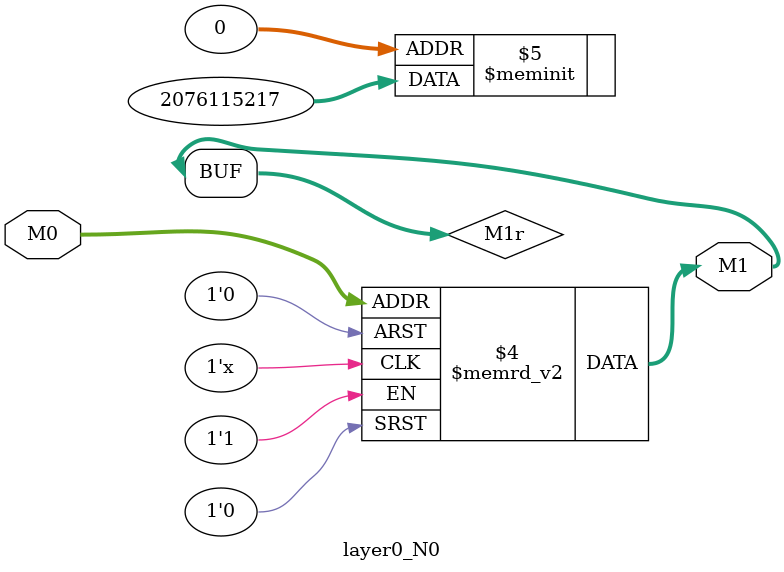
<source format=v>
module layer0_N0 ( input [3:0] M0, output [1:0] M1 );

	(*rom_style = "distributed" *) reg [1:0] M1r;
	assign M1 = M1r;
	always @ (M0) begin
		case (M0)
			4'b0000: M1r = 2'b01;
			4'b1000: M1r = 2'b11;
			4'b0100: M1r = 2'b01;
			4'b1100: M1r = 2'b11;
			4'b0010: M1r = 2'b01;
			4'b1010: M1r = 2'b11;
			4'b0110: M1r = 2'b00;
			4'b1110: M1r = 2'b11;
			4'b0001: M1r = 2'b00;
			4'b1001: M1r = 2'b11;
			4'b0101: M1r = 2'b00;
			4'b1101: M1r = 2'b10;
			4'b0011: M1r = 2'b00;
			4'b1011: M1r = 2'b10;
			4'b0111: M1r = 2'b00;
			4'b1111: M1r = 2'b01;

		endcase
	end
endmodule

</source>
